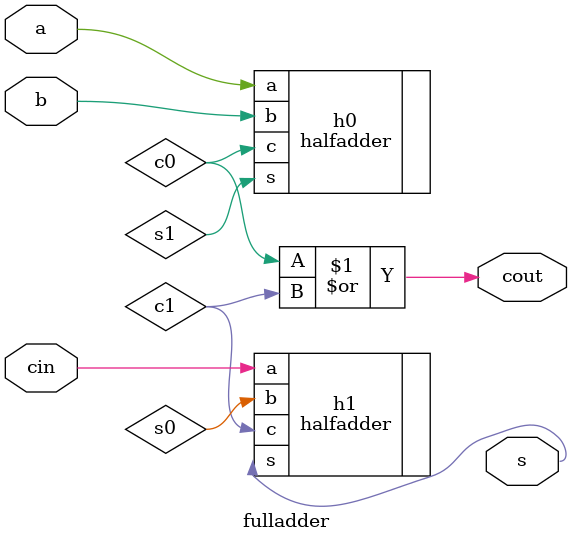
<source format=sv>
`timescale 1ns / 1ps


module fulladder(
    input a,
    input b,
    input cin,
    output s,
    output cout
    );
    wire s0, c0, c1;
    
    halfadder h0(.a(a), .b(b), .s(s1), .c(c0));
    
    halfadder h1(.a(cin), .b(s0), .s(s), .c(c1));
    
    or(cout, c0, c1);
    
endmodule

</source>
